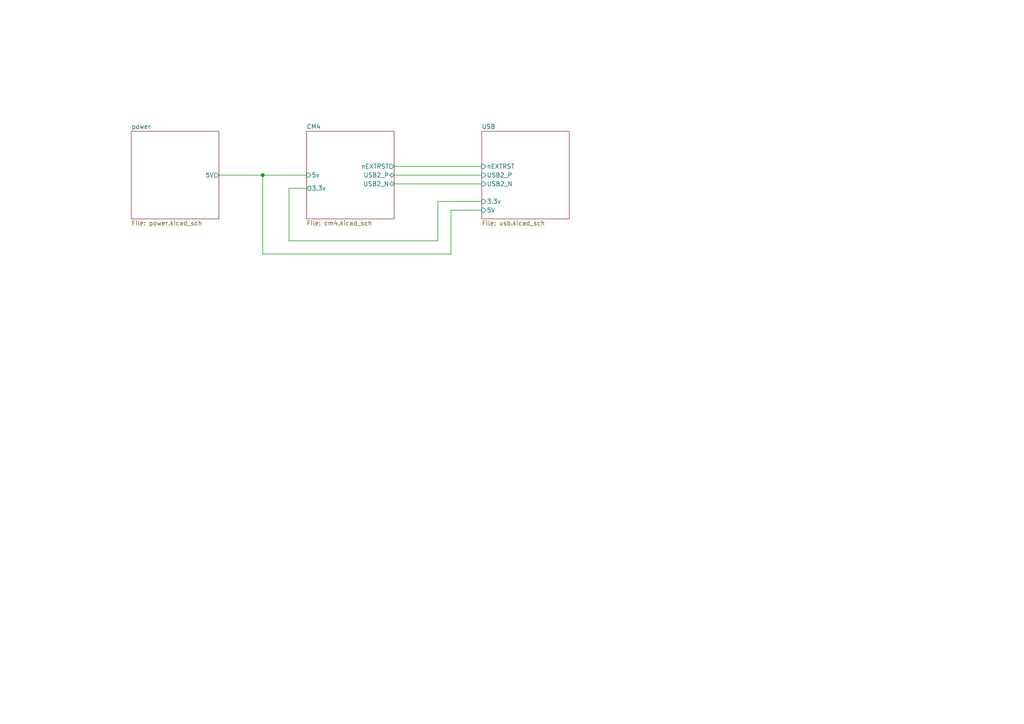
<source format=kicad_sch>
(kicad_sch (version 20210406) (generator eeschema)
  (paper "A4")
  (lib_symbols)
  (junction (at 76.2 50.8) (diameter 0.9144))
  (wire (pts (xy 63.5 50.8) (xy 76.2 50.8)))
  (wire (pts (xy 76.2 50.8) (xy 88.9 50.8)))
  (wire (pts (xy 76.2 73.66) (xy 76.2 50.8)))
  (wire (pts (xy 83.82 54.61) (xy 83.82 69.85)))
  (wire (pts (xy 83.82 69.85) (xy 127 69.85)))
  (wire (pts (xy 88.9 54.61) (xy 83.82 54.61)))
  (wire (pts (xy 114.3 48.26) (xy 139.7 48.26)))
  (wire (pts (xy 114.3 50.8) (xy 139.7 50.8)))
  (wire (pts (xy 114.3 53.34) (xy 139.7 53.34)))
  (wire (pts (xy 127 58.42) (xy 139.7 58.42)))
  (wire (pts (xy 127 69.85) (xy 127 58.42)))
  (wire (pts (xy 130.81 60.96) (xy 130.81 73.66)))
  (wire (pts (xy 130.81 73.66) (xy 76.2 73.66)))
  (wire (pts (xy 139.7 60.96) (xy 130.81 60.96)))
  (sheet (at 88.9 38.1) (size 25.4 25.4) (stroke (width 0.0006))
    (property "Sheet name" "CM4" (at 88.9 37.4643 0) (effects (justify left bottom)))
    (property "Sheet file" "cm4.kicad_sch" (at 88.9 64.0087 0) (effects (justify left top)))
    (pin "5v" input (at 88.9 50.8 180))
    (pin "3.3v" output (at 88.9 54.61 180))
    (pin "USB2_N" bidirectional (at 114.3 53.34 0))
    (pin "USB2_P" bidirectional (at 114.3 50.8 0))
    (pin "nEXTRST" output (at 114.3 48.26 0))
  )
  (sheet (at 139.7 38.1) (size 25.4 25.4) (stroke (width 0.0006))
    (property "Sheet name" "USB" (at 139.7 37.4643 0) (effects (justify left bottom)))
    (property "Sheet file" "usb.kicad_sch" (at 139.7 64.0087 0) (effects (justify left top)))
    (pin "3.3v" input (at 139.7 58.42 180))
    (pin "nEXTRST" input (at 139.7 48.26 180))
    (pin "USB2_P" input (at 139.7 50.8 180))
    (pin "USB2_N" input (at 139.7 53.34 180))
    (pin "5V" input (at 139.7 60.96 180))
  )
  (sheet (at 38.1 38.1) (size 25.4 25.4) (stroke (width 0.0006))
    (property "Sheet name" "power" (at 38.1 37.4643 0) (effects (justify left bottom)))
    (property "Sheet file" "power.kicad_sch" (at 38.1 64.0087 0) (effects (justify left top)))
    (pin "5V" output (at 63.5 50.8 0))
  )
)
</source>
